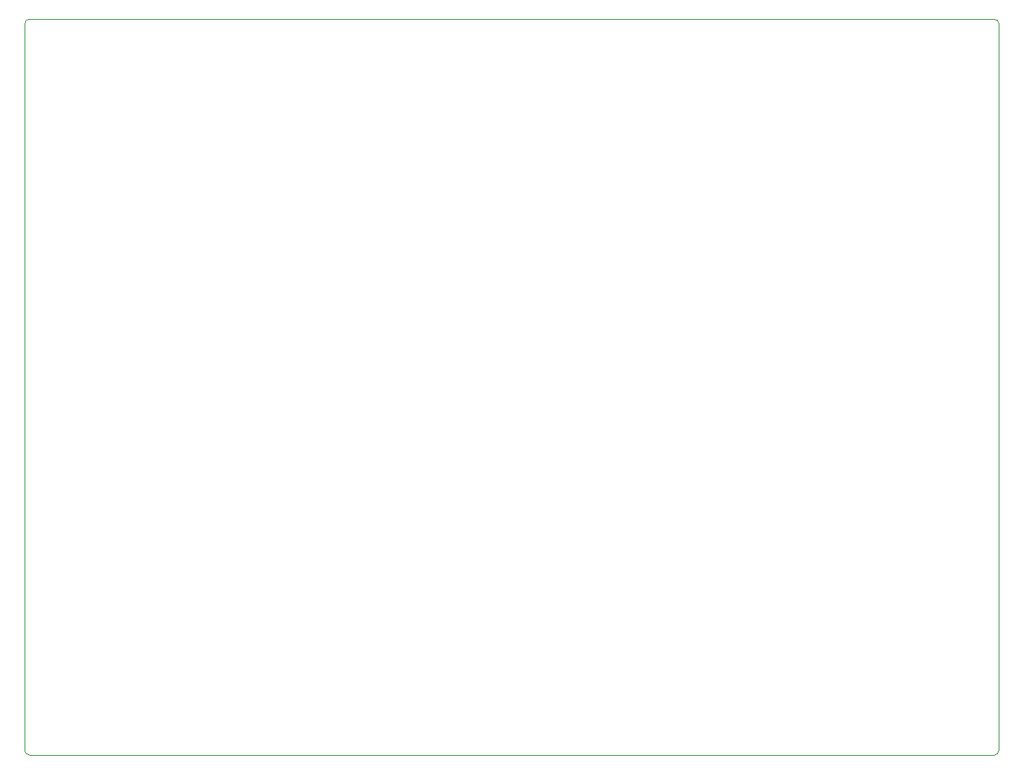
<source format=gbr>
%TF.GenerationSoftware,KiCad,Pcbnew,7.0.2*%
%TF.CreationDate,2024-01-05T23:58:43-08:00*%
%TF.ProjectId,MK_KS,4d4b5f4b-532e-46b6-9963-61645f706362,1.0*%
%TF.SameCoordinates,Original*%
%TF.FileFunction,Profile,NP*%
%FSLAX46Y46*%
G04 Gerber Fmt 4.6, Leading zero omitted, Abs format (unit mm)*
G04 Created by KiCad (PCBNEW 7.0.2) date 2024-01-05 23:58:43*
%MOMM*%
%LPD*%
G01*
G04 APERTURE LIST*
%TA.AperFunction,Profile*%
%ADD10C,0.100000*%
%TD*%
G04 APERTURE END LIST*
D10*
X56159400Y-171754800D02*
X56159400Y-94030800D01*
X56159400Y-171754800D02*
G75*
G03*
X56667400Y-172262800I508000J0D01*
G01*
X160299400Y-94030800D02*
G75*
G03*
X159791400Y-93522800I-508000J0D01*
G01*
X159791400Y-172262800D02*
X56667400Y-172262800D01*
X56667400Y-93522800D02*
G75*
G03*
X56159400Y-94030800I0J-508000D01*
G01*
X160299400Y-94030800D02*
X160299400Y-171754800D01*
X56667400Y-93522800D02*
X159791400Y-93522800D01*
X159791400Y-172262800D02*
G75*
G03*
X160299400Y-171754800I0J508000D01*
G01*
M02*

</source>
